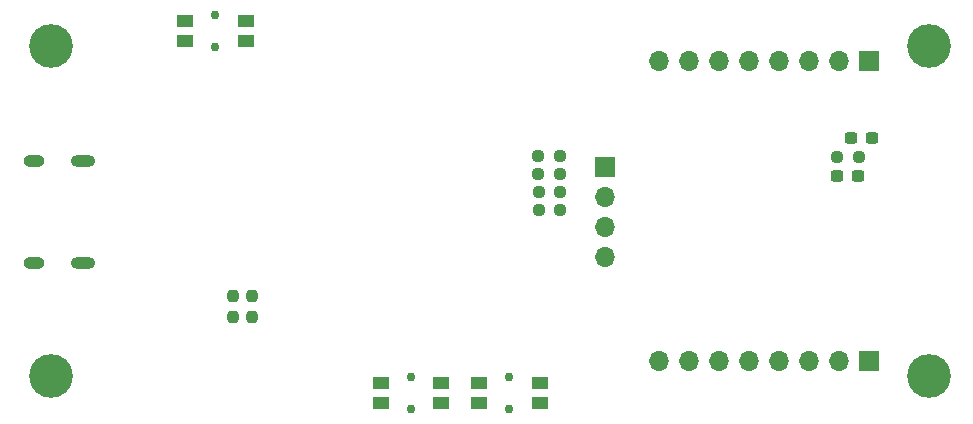
<source format=gbs>
%TF.GenerationSoftware,KiCad,Pcbnew,7.0.2*%
%TF.CreationDate,2024-01-21T15:04:15+01:00*%
%TF.ProjectId,ESP32CAM,45535033-3243-4414-9d2e-6b696361645f,rev?*%
%TF.SameCoordinates,Original*%
%TF.FileFunction,Soldermask,Bot*%
%TF.FilePolarity,Negative*%
%FSLAX46Y46*%
G04 Gerber Fmt 4.6, Leading zero omitted, Abs format (unit mm)*
G04 Created by KiCad (PCBNEW 7.0.2) date 2024-01-21 15:04:15*
%MOMM*%
%LPD*%
G01*
G04 APERTURE LIST*
G04 Aperture macros list*
%AMRoundRect*
0 Rectangle with rounded corners*
0 $1 Rounding radius*
0 $2 $3 $4 $5 $6 $7 $8 $9 X,Y pos of 4 corners*
0 Add a 4 corners polygon primitive as box body*
4,1,4,$2,$3,$4,$5,$6,$7,$8,$9,$2,$3,0*
0 Add four circle primitives for the rounded corners*
1,1,$1+$1,$2,$3*
1,1,$1+$1,$4,$5*
1,1,$1+$1,$6,$7*
1,1,$1+$1,$8,$9*
0 Add four rect primitives between the rounded corners*
20,1,$1+$1,$2,$3,$4,$5,0*
20,1,$1+$1,$4,$5,$6,$7,0*
20,1,$1+$1,$6,$7,$8,$9,0*
20,1,$1+$1,$8,$9,$2,$3,0*%
G04 Aperture macros list end*
%ADD10O,2.100000X1.000000*%
%ADD11O,1.800000X1.000000*%
%ADD12C,3.700000*%
%ADD13R,1.700000X1.700000*%
%ADD14O,1.700000X1.700000*%
%ADD15RoundRect,0.237500X-0.300000X-0.237500X0.300000X-0.237500X0.300000X0.237500X-0.300000X0.237500X0*%
%ADD16RoundRect,0.237500X-0.237500X0.250000X-0.237500X-0.250000X0.237500X-0.250000X0.237500X0.250000X0*%
%ADD17C,0.750000*%
%ADD18R,1.450000X1.000000*%
%ADD19RoundRect,0.237500X0.250000X0.237500X-0.250000X0.237500X-0.250000X-0.237500X0.250000X-0.237500X0*%
%ADD20RoundRect,0.237500X-0.250000X-0.237500X0.250000X-0.237500X0.250000X0.237500X-0.250000X0.237500X0*%
G04 APERTURE END LIST*
D10*
%TO.C,J1*%
X157030000Y-82180000D03*
D11*
X152850000Y-82180000D03*
D10*
X157030000Y-90820000D03*
D11*
X152850000Y-90820000D03*
%TD*%
D12*
%TO.C,H4*%
X228600000Y-100330000D03*
%TD*%
%TO.C,H2*%
X154305000Y-72390000D03*
%TD*%
D13*
%TO.C,J6*%
X201200000Y-82660000D03*
D14*
X201200000Y-85200000D03*
X201200000Y-87740000D03*
X201200000Y-90280000D03*
%TD*%
D12*
%TO.C,H1*%
X228600000Y-72390000D03*
%TD*%
%TO.C,H3*%
X154305000Y-100330000D03*
%TD*%
D13*
%TO.C,J5*%
X223520000Y-99060000D03*
D14*
X220980000Y-99060000D03*
X218440000Y-99060000D03*
X215900000Y-99060000D03*
X213360000Y-99060000D03*
X210820000Y-99060000D03*
X208280000Y-99060000D03*
X205740000Y-99060000D03*
%TD*%
D15*
%TO.C,C13*%
X222075000Y-80200000D03*
X223800000Y-80200000D03*
%TD*%
D16*
%TO.C,R35*%
X169700000Y-93550000D03*
X169700000Y-95375000D03*
%TD*%
D17*
%TO.C,S5*%
X193105000Y-100425000D03*
X193105000Y-103175000D03*
D18*
X190530000Y-102650000D03*
X195680000Y-102650000D03*
X190530000Y-100950000D03*
X195680000Y-100950000D03*
%TD*%
D17*
%TO.C,S4*%
X168220000Y-72520400D03*
X168220000Y-69770400D03*
D18*
X170795000Y-70295400D03*
X165645000Y-70295400D03*
X170795000Y-71995400D03*
X165645000Y-71995400D03*
%TD*%
D17*
%TO.C,S6*%
X184785000Y-100435000D03*
X184785000Y-103185000D03*
D18*
X182210000Y-102660000D03*
X187360000Y-102660000D03*
X182210000Y-100960000D03*
X187360000Y-100960000D03*
%TD*%
D15*
%TO.C,C20*%
X220875000Y-83400000D03*
X222600000Y-83400000D03*
%TD*%
D19*
%TO.C,R20*%
X197400000Y-83250000D03*
X195575000Y-83250000D03*
%TD*%
%TO.C,R32*%
X222712500Y-81800000D03*
X220887500Y-81800000D03*
%TD*%
D20*
%TO.C,R24*%
X195600000Y-84800000D03*
X197425000Y-84800000D03*
%TD*%
%TO.C,R25*%
X195600000Y-86300000D03*
X197425000Y-86300000D03*
%TD*%
D13*
%TO.C,J3*%
X223520000Y-73660000D03*
D14*
X220980000Y-73660000D03*
X218440000Y-73660000D03*
X215900000Y-73660000D03*
X213360000Y-73660000D03*
X210820000Y-73660000D03*
X208280000Y-73660000D03*
X205740000Y-73660000D03*
%TD*%
D19*
%TO.C,R21*%
X197387500Y-81725000D03*
X195562500Y-81725000D03*
%TD*%
D16*
%TO.C,R33*%
X171300000Y-93550000D03*
X171300000Y-95375000D03*
%TD*%
M02*

</source>
